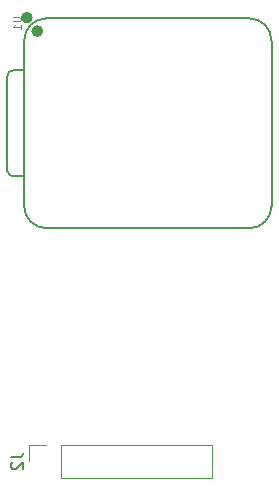
<source format=gbr>
%TF.GenerationSoftware,KiCad,Pcbnew,9.0.4*%
%TF.CreationDate,2025-08-31T14:54:27-04:00*%
%TF.ProjectId,wordclock,776f7264-636c-46f6-936b-2e6b69636164,rev?*%
%TF.SameCoordinates,Original*%
%TF.FileFunction,Legend,Bot*%
%TF.FilePolarity,Positive*%
%FSLAX46Y46*%
G04 Gerber Fmt 4.6, Leading zero omitted, Abs format (unit mm)*
G04 Created by KiCad (PCBNEW 9.0.4) date 2025-08-31 14:54:27*
%MOMM*%
%LPD*%
G01*
G04 APERTURE LIST*
%ADD10C,0.150000*%
%ADD11C,0.101600*%
%ADD12C,0.120000*%
%ADD13C,0.127000*%
%ADD14C,0.100000*%
%ADD15C,0.504000*%
G04 APERTURE END LIST*
D10*
X89494819Y-123746666D02*
X90209104Y-123746666D01*
X90209104Y-123746666D02*
X90351961Y-123699047D01*
X90351961Y-123699047D02*
X90447200Y-123603809D01*
X90447200Y-123603809D02*
X90494819Y-123460952D01*
X90494819Y-123460952D02*
X90494819Y-123365714D01*
X89590057Y-124175238D02*
X89542438Y-124222857D01*
X89542438Y-124222857D02*
X89494819Y-124318095D01*
X89494819Y-124318095D02*
X89494819Y-124556190D01*
X89494819Y-124556190D02*
X89542438Y-124651428D01*
X89542438Y-124651428D02*
X89590057Y-124699047D01*
X89590057Y-124699047D02*
X89685295Y-124746666D01*
X89685295Y-124746666D02*
X89780533Y-124746666D01*
X89780533Y-124746666D02*
X89923390Y-124699047D01*
X89923390Y-124699047D02*
X90494819Y-124127619D01*
X90494819Y-124127619D02*
X90494819Y-124746666D01*
D11*
X89653479Y-86476190D02*
X90167526Y-86476190D01*
X90167526Y-86476190D02*
X90228002Y-86506428D01*
X90228002Y-86506428D02*
X90258241Y-86536666D01*
X90258241Y-86536666D02*
X90288479Y-86597142D01*
X90288479Y-86597142D02*
X90288479Y-86718095D01*
X90288479Y-86718095D02*
X90258241Y-86778571D01*
X90258241Y-86778571D02*
X90228002Y-86808809D01*
X90228002Y-86808809D02*
X90167526Y-86839047D01*
X90167526Y-86839047D02*
X89653479Y-86839047D01*
X90288479Y-87474047D02*
X90288479Y-87111190D01*
X90288479Y-87292618D02*
X89653479Y-87292618D01*
X89653479Y-87292618D02*
X89744193Y-87232142D01*
X89744193Y-87232142D02*
X89804669Y-87171666D01*
X89804669Y-87171666D02*
X89834907Y-87111190D01*
D12*
%TO.C,J2*%
X91040000Y-122700000D02*
X91040000Y-124080000D01*
X92420000Y-122700000D02*
X91040000Y-122700000D01*
X93690000Y-122700000D02*
X93690000Y-125460000D01*
X93690000Y-122700000D02*
X106500000Y-122700000D01*
X93690000Y-125460000D02*
X106500000Y-125460000D01*
X106500000Y-122700000D02*
X106500000Y-125460000D01*
D13*
%TO.C,U1*%
X89169000Y-91468728D02*
X89169000Y-99464000D01*
X89669000Y-99964000D02*
X90579000Y-99964000D01*
X90579000Y-90965000D02*
X89668728Y-90968728D01*
D14*
X90579000Y-102445000D02*
X90579000Y-88475000D01*
D13*
X90579000Y-102445000D02*
X90579000Y-88475000D01*
X109629000Y-86570000D02*
X92484000Y-86570000D01*
X109629000Y-104350000D02*
X92484000Y-104350000D01*
X111534000Y-88475000D02*
X111534000Y-102445000D01*
X89169000Y-91468728D02*
G75*
G02*
X89668728Y-90968727I500019J-18D01*
G01*
X89669000Y-99964000D02*
G75*
G02*
X89169000Y-99464000I0J500000D01*
G01*
X90579000Y-88475000D02*
G75*
G02*
X92484000Y-86570000I1905001J-1D01*
G01*
X92484000Y-104350000D02*
G75*
G02*
X90579000Y-102445000I0J1905000D01*
G01*
X109629000Y-86570000D02*
G75*
G02*
X111534000Y-88475000I-1J-1905001D01*
G01*
X111534000Y-102445000D02*
G75*
G02*
X109629000Y-104350000I-1905000J0D01*
G01*
D15*
X91072000Y-86510000D02*
G75*
G02*
X90568000Y-86510000I-252000J0D01*
G01*
X90568000Y-86510000D02*
G75*
G02*
X91072000Y-86510000I252000J0D01*
G01*
X91952000Y-87653000D02*
G75*
G02*
X91448000Y-87653000I-252000J0D01*
G01*
X91448000Y-87653000D02*
G75*
G02*
X91952000Y-87653000I252000J0D01*
G01*
%TD*%
M02*

</source>
